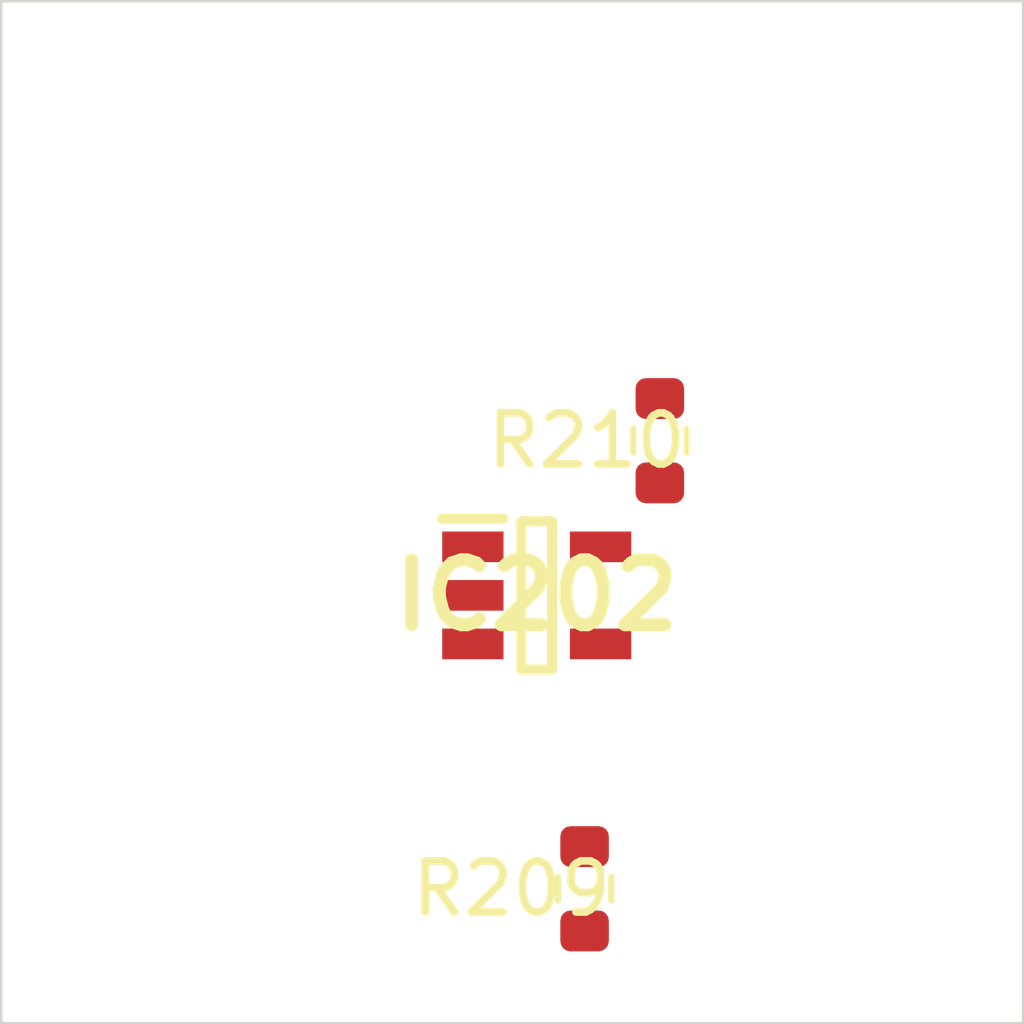
<source format=kicad_pcb>
 ( kicad_pcb  ( version 20171130 )
 ( host pcbnew 5.1.12-84ad8e8a86~92~ubuntu18.04.1 )
 ( general  ( thickness 1.6 )
 ( drawings 4 )
 ( tracks 0 )
 ( zones 0 )
 ( modules 3 )
 ( nets 5 )
)
 ( page A4 )
 ( layers  ( 0 F.Cu signal )
 ( 31 B.Cu signal )
 ( 32 B.Adhes user )
 ( 33 F.Adhes user )
 ( 34 B.Paste user )
 ( 35 F.Paste user )
 ( 36 B.SilkS user )
 ( 37 F.SilkS user )
 ( 38 B.Mask user )
 ( 39 F.Mask user )
 ( 40 Dwgs.User user )
 ( 41 Cmts.User user )
 ( 42 Eco1.User user )
 ( 43 Eco2.User user )
 ( 44 Edge.Cuts user )
 ( 45 Margin user )
 ( 46 B.CrtYd user )
 ( 47 F.CrtYd user )
 ( 48 B.Fab user )
 ( 49 F.Fab user )
)
 ( setup  ( last_trace_width 0.25 )
 ( trace_clearance 0.2 )
 ( zone_clearance 0.508 )
 ( zone_45_only no )
 ( trace_min 0.2 )
 ( via_size 0.8 )
 ( via_drill 0.4 )
 ( via_min_size 0.4 )
 ( via_min_drill 0.3 )
 ( uvia_size 0.3 )
 ( uvia_drill 0.1 )
 ( uvias_allowed no )
 ( uvia_min_size 0.2 )
 ( uvia_min_drill 0.1 )
 ( edge_width 0.05 )
 ( segment_width 0.2 )
 ( pcb_text_width 0.3 )
 ( pcb_text_size 1.5 1.5 )
 ( mod_edge_width 0.12 )
 ( mod_text_size 1 1 )
 ( mod_text_width 0.15 )
 ( pad_size 1.524 1.524 )
 ( pad_drill 0.762 )
 ( pad_to_mask_clearance 0 )
 ( aux_axis_origin 0 0 )
 ( visible_elements FFFFFF7F )
 ( pcbplotparams  ( layerselection 0x010fc_ffffffff )
 ( usegerberextensions false )
 ( usegerberattributes true )
 ( usegerberadvancedattributes true )
 ( creategerberjobfile true )
 ( excludeedgelayer true )
 ( linewidth 0.100000 )
 ( plotframeref false )
 ( viasonmask false )
 ( mode 1 )
 ( useauxorigin false )
 ( hpglpennumber 1 )
 ( hpglpenspeed 20 )
 ( hpglpendiameter 15.000000 )
 ( psnegative false )
 ( psa4output false )
 ( plotreference true )
 ( plotvalue true )
 ( plotinvisibletext false )
 ( padsonsilk false )
 ( subtractmaskfromsilk false )
 ( outputformat 1 )
 ( mirror false )
 ( drillshape 1 )
 ( scaleselection 1 )
 ( outputdirectory "" )
)
)
 ( net 0 "" )
 ( net 1 GND )
 ( net 2 VDDA )
 ( net 3 /Sheet6235D886/vp )
 ( net 4 "Net-(IC202-Pad3)" )
 ( net_class Default "This is the default net class."  ( clearance 0.2 )
 ( trace_width 0.25 )
 ( via_dia 0.8 )
 ( via_drill 0.4 )
 ( uvia_dia 0.3 )
 ( uvia_drill 0.1 )
 ( add_net /Sheet6235D886/vp )
 ( add_net GND )
 ( add_net "Net-(IC202-Pad3)" )
 ( add_net VDDA )
)
 ( module SOT95P280X145-5N locked  ( layer F.Cu )
 ( tedit 62336ED7 )
 ( tstamp 623423ED )
 ( at 90.479100 111.627000 )
 ( descr DBV0005A )
 ( tags "Integrated Circuit" )
 ( path /6235D887/6266C08E )
 ( attr smd )
 ( fp_text reference IC202  ( at 0 0 )
 ( layer F.SilkS )
 ( effects  ( font  ( size 1.27 1.27 )
 ( thickness 0.254 )
)
)
)
 ( fp_text value TL071HIDBVR  ( at 0 0 )
 ( layer F.SilkS )
hide  ( effects  ( font  ( size 1.27 1.27 )
 ( thickness 0.254 )
)
)
)
 ( fp_line  ( start -1.85 -1.5 )
 ( end -0.65 -1.5 )
 ( layer F.SilkS )
 ( width 0.2 )
)
 ( fp_line  ( start -0.3 1.45 )
 ( end -0.3 -1.45 )
 ( layer F.SilkS )
 ( width 0.2 )
)
 ( fp_line  ( start 0.3 1.45 )
 ( end -0.3 1.45 )
 ( layer F.SilkS )
 ( width 0.2 )
)
 ( fp_line  ( start 0.3 -1.45 )
 ( end 0.3 1.45 )
 ( layer F.SilkS )
 ( width 0.2 )
)
 ( fp_line  ( start -0.3 -1.45 )
 ( end 0.3 -1.45 )
 ( layer F.SilkS )
 ( width 0.2 )
)
 ( fp_line  ( start -0.8 -0.5 )
 ( end 0.15 -1.45 )
 ( layer Dwgs.User )
 ( width 0.1 )
)
 ( fp_line  ( start -0.8 1.45 )
 ( end -0.8 -1.45 )
 ( layer Dwgs.User )
 ( width 0.1 )
)
 ( fp_line  ( start 0.8 1.45 )
 ( end -0.8 1.45 )
 ( layer Dwgs.User )
 ( width 0.1 )
)
 ( fp_line  ( start 0.8 -1.45 )
 ( end 0.8 1.45 )
 ( layer Dwgs.User )
 ( width 0.1 )
)
 ( fp_line  ( start -0.8 -1.45 )
 ( end 0.8 -1.45 )
 ( layer Dwgs.User )
 ( width 0.1 )
)
 ( fp_line  ( start -2.1 1.775 )
 ( end -2.1 -1.775 )
 ( layer Dwgs.User )
 ( width 0.05 )
)
 ( fp_line  ( start 2.1 1.775 )
 ( end -2.1 1.775 )
 ( layer Dwgs.User )
 ( width 0.05 )
)
 ( fp_line  ( start 2.1 -1.775 )
 ( end 2.1 1.775 )
 ( layer Dwgs.User )
 ( width 0.05 )
)
 ( fp_line  ( start -2.1 -1.775 )
 ( end 2.1 -1.775 )
 ( layer Dwgs.User )
 ( width 0.05 )
)
 ( pad 1 smd rect  ( at -1.25 -0.95 90.000000 )
 ( size 0.6 1.2 )
 ( layers F.Cu F.Mask F.Paste )
 ( net 3 /Sheet6235D886/vp )
)
 ( pad 2 smd rect  ( at -1.25 0 90.000000 )
 ( size 0.6 1.2 )
 ( layers F.Cu F.Mask F.Paste )
 ( net 1 GND )
)
 ( pad 3 smd rect  ( at -1.25 0.95 90.000000 )
 ( size 0.6 1.2 )
 ( layers F.Cu F.Mask F.Paste )
 ( net 4 "Net-(IC202-Pad3)" )
)
 ( pad 4 smd rect  ( at 1.25 0.95 90.000000 )
 ( size 0.6 1.2 )
 ( layers F.Cu F.Mask F.Paste )
 ( net 3 /Sheet6235D886/vp )
)
 ( pad 5 smd rect  ( at 1.25 -0.95 90.000000 )
 ( size 0.6 1.2 )
 ( layers F.Cu F.Mask F.Paste )
 ( net 2 VDDA )
)
)
 ( module Resistor_SMD:R_0603_1608Metric  ( layer F.Cu )
 ( tedit 5F68FEEE )
 ( tstamp 62342595 )
 ( at 91.415700 117.369000 90.000000 )
 ( descr "Resistor SMD 0603 (1608 Metric), square (rectangular) end terminal, IPC_7351 nominal, (Body size source: IPC-SM-782 page 72, https://www.pcb-3d.com/wordpress/wp-content/uploads/ipc-sm-782a_amendment_1_and_2.pdf), generated with kicad-footprint-generator" )
 ( tags resistor )
 ( path /6235D887/623CDBD9 )
 ( attr smd )
 ( fp_text reference R209  ( at 0 -1.43 )
 ( layer F.SilkS )
 ( effects  ( font  ( size 1 1 )
 ( thickness 0.15 )
)
)
)
 ( fp_text value 100k  ( at 0 1.43 )
 ( layer F.Fab )
 ( effects  ( font  ( size 1 1 )
 ( thickness 0.15 )
)
)
)
 ( fp_line  ( start -0.8 0.4125 )
 ( end -0.8 -0.4125 )
 ( layer F.Fab )
 ( width 0.1 )
)
 ( fp_line  ( start -0.8 -0.4125 )
 ( end 0.8 -0.4125 )
 ( layer F.Fab )
 ( width 0.1 )
)
 ( fp_line  ( start 0.8 -0.4125 )
 ( end 0.8 0.4125 )
 ( layer F.Fab )
 ( width 0.1 )
)
 ( fp_line  ( start 0.8 0.4125 )
 ( end -0.8 0.4125 )
 ( layer F.Fab )
 ( width 0.1 )
)
 ( fp_line  ( start -0.237258 -0.5225 )
 ( end 0.237258 -0.5225 )
 ( layer F.SilkS )
 ( width 0.12 )
)
 ( fp_line  ( start -0.237258 0.5225 )
 ( end 0.237258 0.5225 )
 ( layer F.SilkS )
 ( width 0.12 )
)
 ( fp_line  ( start -1.48 0.73 )
 ( end -1.48 -0.73 )
 ( layer F.CrtYd )
 ( width 0.05 )
)
 ( fp_line  ( start -1.48 -0.73 )
 ( end 1.48 -0.73 )
 ( layer F.CrtYd )
 ( width 0.05 )
)
 ( fp_line  ( start 1.48 -0.73 )
 ( end 1.48 0.73 )
 ( layer F.CrtYd )
 ( width 0.05 )
)
 ( fp_line  ( start 1.48 0.73 )
 ( end -1.48 0.73 )
 ( layer F.CrtYd )
 ( width 0.05 )
)
 ( fp_text user %R  ( at 0 0 )
 ( layer F.Fab )
 ( effects  ( font  ( size 0.4 0.4 )
 ( thickness 0.06 )
)
)
)
 ( pad 1 smd roundrect  ( at -0.825 0 90.000000 )
 ( size 0.8 0.95 )
 ( layers F.Cu F.Mask F.Paste )
 ( roundrect_rratio 0.25 )
 ( net 2 VDDA )
)
 ( pad 2 smd roundrect  ( at 0.825 0 90.000000 )
 ( size 0.8 0.95 )
 ( layers F.Cu F.Mask F.Paste )
 ( roundrect_rratio 0.25 )
 ( net 4 "Net-(IC202-Pad3)" )
)
 ( model ${KISYS3DMOD}/Resistor_SMD.3dshapes/R_0603_1608Metric.wrl  ( at  ( xyz 0 0 0 )
)
 ( scale  ( xyz 1 1 1 )
)
 ( rotate  ( xyz 0 0 0 )
)
)
)
 ( module Resistor_SMD:R_0603_1608Metric  ( layer F.Cu )
 ( tedit 5F68FEEE )
 ( tstamp 623425A6 )
 ( at 92.889000 108.600000 90.000000 )
 ( descr "Resistor SMD 0603 (1608 Metric), square (rectangular) end terminal, IPC_7351 nominal, (Body size source: IPC-SM-782 page 72, https://www.pcb-3d.com/wordpress/wp-content/uploads/ipc-sm-782a_amendment_1_and_2.pdf), generated with kicad-footprint-generator" )
 ( tags resistor )
 ( path /6235D887/623CDBDF )
 ( attr smd )
 ( fp_text reference R210  ( at 0 -1.43 )
 ( layer F.SilkS )
 ( effects  ( font  ( size 1 1 )
 ( thickness 0.15 )
)
)
)
 ( fp_text value 100k  ( at 0 1.43 )
 ( layer F.Fab )
 ( effects  ( font  ( size 1 1 )
 ( thickness 0.15 )
)
)
)
 ( fp_line  ( start 1.48 0.73 )
 ( end -1.48 0.73 )
 ( layer F.CrtYd )
 ( width 0.05 )
)
 ( fp_line  ( start 1.48 -0.73 )
 ( end 1.48 0.73 )
 ( layer F.CrtYd )
 ( width 0.05 )
)
 ( fp_line  ( start -1.48 -0.73 )
 ( end 1.48 -0.73 )
 ( layer F.CrtYd )
 ( width 0.05 )
)
 ( fp_line  ( start -1.48 0.73 )
 ( end -1.48 -0.73 )
 ( layer F.CrtYd )
 ( width 0.05 )
)
 ( fp_line  ( start -0.237258 0.5225 )
 ( end 0.237258 0.5225 )
 ( layer F.SilkS )
 ( width 0.12 )
)
 ( fp_line  ( start -0.237258 -0.5225 )
 ( end 0.237258 -0.5225 )
 ( layer F.SilkS )
 ( width 0.12 )
)
 ( fp_line  ( start 0.8 0.4125 )
 ( end -0.8 0.4125 )
 ( layer F.Fab )
 ( width 0.1 )
)
 ( fp_line  ( start 0.8 -0.4125 )
 ( end 0.8 0.4125 )
 ( layer F.Fab )
 ( width 0.1 )
)
 ( fp_line  ( start -0.8 -0.4125 )
 ( end 0.8 -0.4125 )
 ( layer F.Fab )
 ( width 0.1 )
)
 ( fp_line  ( start -0.8 0.4125 )
 ( end -0.8 -0.4125 )
 ( layer F.Fab )
 ( width 0.1 )
)
 ( fp_text user %R  ( at 0 0 )
 ( layer F.Fab )
 ( effects  ( font  ( size 0.4 0.4 )
 ( thickness 0.06 )
)
)
)
 ( pad 2 smd roundrect  ( at 0.825 0 90.000000 )
 ( size 0.8 0.95 )
 ( layers F.Cu F.Mask F.Paste )
 ( roundrect_rratio 0.25 )
 ( net 1 GND )
)
 ( pad 1 smd roundrect  ( at -0.825 0 90.000000 )
 ( size 0.8 0.95 )
 ( layers F.Cu F.Mask F.Paste )
 ( roundrect_rratio 0.25 )
 ( net 4 "Net-(IC202-Pad3)" )
)
 ( model ${KISYS3DMOD}/Resistor_SMD.3dshapes/R_0603_1608Metric.wrl  ( at  ( xyz 0 0 0 )
)
 ( scale  ( xyz 1 1 1 )
)
 ( rotate  ( xyz 0 0 0 )
)
)
)
 ( gr_line  ( start 100 100 )
 ( end 100 120 )
 ( layer Edge.Cuts )
 ( width 0.05 )
 ( tstamp 62E770C4 )
)
 ( gr_line  ( start 80 120 )
 ( end 100 120 )
 ( layer Edge.Cuts )
 ( width 0.05 )
 ( tstamp 62E770C0 )
)
 ( gr_line  ( start 80 100 )
 ( end 100 100 )
 ( layer Edge.Cuts )
 ( width 0.05 )
 ( tstamp 6234110C )
)
 ( gr_line  ( start 80 100 )
 ( end 80 120 )
 ( layer Edge.Cuts )
 ( width 0.05 )
)
)

</source>
